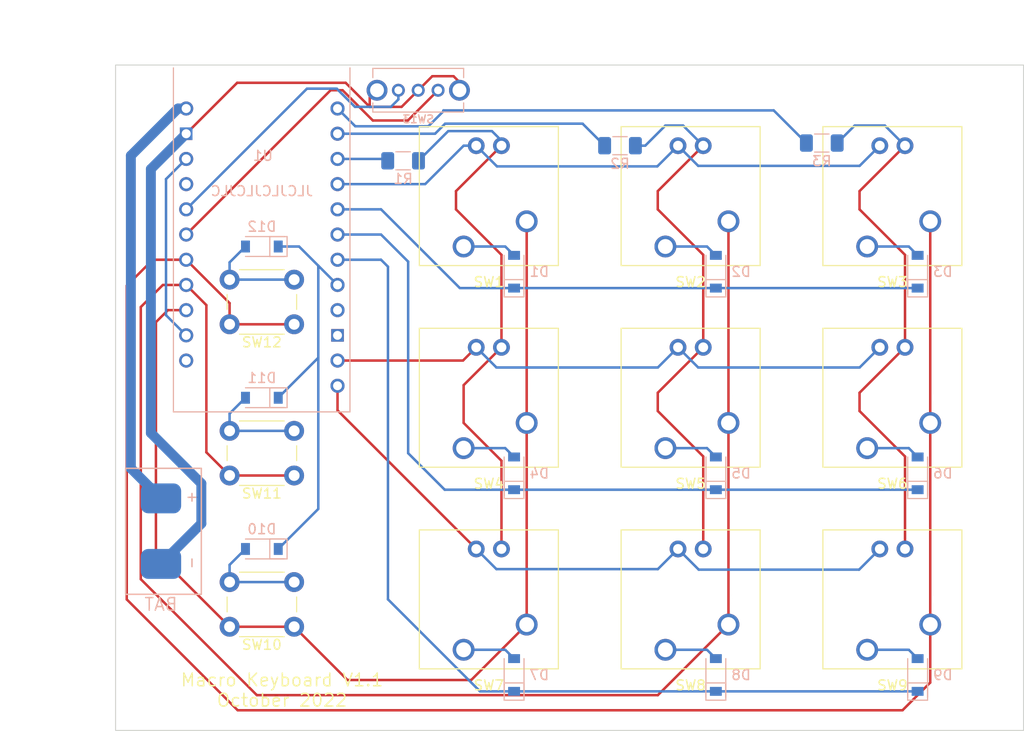
<source format=kicad_pcb>
(kicad_pcb (version 20211014) (generator pcbnew)
  (title_block (title "Macro Keyboard V1") (date "2022-10-02") (rev "1.1"))
  (layers (0 "F.Cu" signal) (31 "B.Cu" signal) (34 "B.Paste" user) (35 "F.Paste" user) (36 "B.SilkS" user "B.Silkscreen") (37 "F.SilkS" user "F.Silkscreen") (38 "B.Mask" user) (39 "F.Mask" user) (44 "Edge.Cuts" user))
  (net 0 "")
  (net 1 "ROW1")
  (net 2 "ROW2")
  (net 3 "/VUSB")
  (net 4 "ROW3")
  (net 7 "ROW4")
  (net 8 "COL1")
  (net 9 "COL2")
  (net 10 "Net-(D1-Pad2)")
  (net 11 "Net-(D2-Pad2)")
  (net 12 "GND")
  (net 14 "COL3")
  (net 15 "SPDT2")
  (net 16 "Net-(D3-Pad2)")
  (net 17 "SPDT1")
  (net 18 "Net-(D4-Pad2)")
  (net 19 "Net-(D5-Pad2)")
  (net 20 "Net-(D6-Pad2)")
  (net 21 "Net-(D7-Pad2)")
  (net 22 "Net-(D8-Pad2)")
  (net 23 "Net-(D9-Pad2)")
  (net 25 "Net-(D10-Pad2)")
  (net 26 "Net-(D11-Pad2)")
  (net 27 "Net-(D12-Pad2)")
  (net 28 "+BATT")
  (net 29 "LED_ROW3")
  (net 30 "LED_ROW2")
  (net 31 "LED_ROW1")
  (net 32 "LED_COL1")
  (net 33 "LED_COL2")
  (net 34 "LED_COL3")
  (net 35 "Net-(R1-Pad2)")
  (net 36 "Net-(R2-Pad2)")
  (net 37 "Net-(R3-Pad2)")
  (footprint "Macro-Keyboard-footprints:CherryMX_1.00u_LED" (layer "F.Cu") (at 73.66 76.2 180)
    (fp_text reference "SW7" (at 0 -8.6625 180) (layer "F.SilkS"))
    (fp_text value "Cherry MX")
    (fp_line (start 7 7) (end -7 7) (layer "F.SilkS") (width 0.12))
    (fp_line (start -7 -7) (end 7 -7) (layer "F.SilkS") (width 0.12))
    (fp_line (start 7 -7) (end 7 7) (layer "F.SilkS") (width 0.12))
    (fp_line (start -7 -7) (end -7 7) (layer "F.SilkS") (width 0.12))
    (pad "" np_thru_hole circle (at 5.08 0 180) (size 1.7 1.7) (drill 1.7) (layers *.Cu *.Mask))
    (pad "" np_thru_hole circle (at -5.08 0 180) (size 1.7 1.7) (drill 1.7) (layers *.Cu *.Mask))
    (pad "" np_thru_hole circle (at 0 0 180) (size 4 4) (drill 4) (layers *.Cu *.Mask))
    (pad "1" thru_hole circle (at -3.81 -2.54 180) (size 2.2 2.2) (drill 1.5) (layers *.Cu *.Mask) (net 8 "COL1"))
    (pad "2" thru_hole circle (at 2.54 -5.08 180) (size 2.2 2.2) (drill 1.5) (layers *.Cu *.Mask) (net 21 "Net-(D7-Pad2)"))
    (pad "3" thru_hole circle (at -1.27 5.08 180) (size 1.6906 1.6906) (drill 0.9906) (layers *.Cu *.Mask) (net 35 "Net-(R1-Pad2)"))
    (pad "4" thru_hole circle (at 1.27 5.08 180) (size 1.6906 1.6906) (drill 0.9906) (layers *.Cu *.Mask) (net 29 "LED_ROW3"))
  )
  (footprint "Macro-Keyboard-footprints:CherryMX_1.00u_LED" (layer "F.Cu") (at 93.98 76.2 180)
    (fp_text reference "SW8" (at 0 -8.6625 180) (layer "F.SilkS"))
    (fp_text value "Cherry MX")
    (fp_line (start -7 -7) (end -7 7) (layer "F.SilkS") (width 0.12))
    (fp_line (start 7 7) (end -7 7) (layer "F.SilkS") (width 0.12))
    (fp_line (start -7 -7) (end 7 -7) (layer "F.SilkS") (width 0.12))
    (fp_line (start 7 -7) (end 7 7) (layer "F.SilkS") (width 0.12))
    (pad "" np_thru_hole circle (at 5.08 0 180) (size 1.7 1.7) (drill 1.7) (layers *.Cu *.Mask))
    (pad "" np_thru_hole circle (at 0 0 180) (size 4 4) (drill 4) (layers *.Cu *.Mask))
    (pad "" np_thru_hole circle (at -5.08 0 180) (size 1.7 1.7) (drill 1.7) (layers *.Cu *.Mask))
    (pad "1" thru_hole circle (at -3.81 -2.54 180) (size 2.2 2.2) (drill 1.5) (layers *.Cu *.Mask) (net 9 "COL2"))
    (pad "2" thru_hole circle (at 2.54 -5.08 180) (size 2.2 2.2) (drill 1.5) (layers *.Cu *.Mask) (net 22 "Net-(D8-Pad2)"))
    (pad "3" thru_hole circle (at -1.27 5.08 180) (size 1.6906 1.6906) (drill 0.9906) (layers *.Cu *.Mask) (net 36 "Net-(R2-Pad2)"))
    (pad "4" thru_hole circle (at 1.27 5.08 180) (size 1.6906 1.6906) (drill 0.9906) (layers *.Cu *.Mask) (net 29 "LED_ROW3"))
  )
  (footprint "Macro-Keyboard-footprints:CherryMX_1.00u_LED" (layer "F.Cu") (at 93.98 35.56 180)
    (fp_text reference "SW2" (at 0 -8.6625 180) (layer "F.SilkS"))
    (fp_text value "Cherry MX")
    (fp_line (start -7 -7) (end -7 7) (layer "F.SilkS") (width 0.12))
    (fp_line (start -7 -7) (end 7 -7) (layer "F.SilkS") (width 0.12))
    (fp_line (start 7 7) (end -7 7) (layer "F.SilkS") (width 0.12))
    (fp_line (start 7 -7) (end 7 7) (layer "F.SilkS") (width 0.12))
    (pad "" np_thru_hole circle (at 0 0 180) (size 4 4) (drill 4) (layers *.Cu *.Mask))
    (pad "" np_thru_hole circle (at -5.08 0 180) (size 1.7 1.7) (drill 1.7) (layers *.Cu *.Mask))
    (pad "" np_thru_hole circle (at 5.08 0 180) (size 1.7 1.7) (drill 1.7) (layers *.Cu *.Mask))
    (pad "1" thru_hole circle (at -3.81 -2.54 180) (size 2.2 2.2) (drill 1.5) (layers *.Cu *.Mask) (net 9 "COL2"))
    (pad "2" thru_hole circle (at 2.54 -5.08 180) (size 2.2 2.2) (drill 1.5) (layers *.Cu *.Mask) (net 11 "Net-(D2-Pad2)"))
    (pad "3" thru_hole circle (at -1.27 5.08 180) (size 1.6906 1.6906) (drill 0.9906) (layers *.Cu *.Mask) (net 36 "Net-(R2-Pad2)"))
    (pad "4" thru_hole circle (at 1.27 5.08 180) (size 1.6906 1.6906) (drill 0.9906) (layers *.Cu *.Mask) (net 31 "LED_ROW1"))
  )
  (footprint "MountingHole:MountingHole_2.7mm_M2.5" (layer "F.Cu") (at 124.46 86.36)
    (fp_text reference "REF**" hide)
    (fp_text value "MountingHole_2.7mm_M2.5" hide)
    (pad "" np_thru_hole circle (at 0 0) (size 2.7 2.7) (drill 2.7) (layers *.Cu *.Mask))
  )
  (footprint "Macro-Keyboard-footprints:CherryMX_1.00u_LED" (layer "F.Cu") (at 114.3 55.88 180)
    (fp_text reference "SW6" (at 0 -8.6625 180) (layer "F.SilkS"))
    (fp_text value "Cherry MX")
    (fp_line (start 7 7) (end -7 7) (layer "F.SilkS") (width 0.12))
    (fp_line (start -7 -7) (end 7 -7) (layer "F.SilkS") (width 0.12))
    (fp_line (start -7 -7) (end -7 7) (layer "F.SilkS") (width 0.12))
    (fp_line (start 7 -7) (end 7 7) (layer "F.SilkS") (width 0.12))
    (pad "" np_thru_hole circle (at -5.08 0 180) (size 1.7 1.7) (drill 1.7) (layers *.Cu *.Mask))
    (pad "" np_thru_hole circle (at 5.08 0 180) (size 1.7 1.7) (drill 1.7) (layers *.Cu *.Mask))
    (pad "" np_thru_hole circle (at 0 0 180) (size 4 4) (drill 4) (layers *.Cu *.Mask))
    (pad "1" thru_hole circle (at -3.81 -2.54 180) (size 2.2 2.2) (drill 1.5) (layers *.Cu *.Mask) (net 14 "COL3"))
    (pad "2" thru_hole circle (at 2.54 -5.08 180) (size 2.2 2.2) (drill 1.5) (layers *.Cu *.Mask) (net 20 "Net-(D6-Pad2)"))
    (pad "3" thru_hole circle (at -1.27 5.08 180) (size 1.6906 1.6906) (drill 0.9906) (layers *.Cu *.Mask) (net 37 "Net-(R3-Pad2)"))
    (pad "4" thru_hole circle (at 1.27 5.08 180) (size 1.6906 1.6906) (drill 0.9906) (layers *.Cu *.Mask) (net 30 "LED_ROW2"))
  )
  (footprint "Button_Switch_THT:SW_PUSH_6mm_H5mm" (layer "F.Cu") (at 47.55 59.218)
    (fp_text reference "SW11" (at 3.25 6.314) (layer "F.SilkS"))
    (fp_text value "SW_Push" hide)
    (fp_line (start 5.5 -1) (end 1 -1) (layer "F.SilkS") (width 0.12))
    (fp_line (start 6.75 3) (end 6.75 1.5) (layer "F.SilkS") (width 0.12))
    (fp_line (start 1 5.5) (end 5.5 5.5) (layer "F.SilkS") (width 0.12))
    (fp_line (start -0.25 1.5) (end -0.25 3) (layer "F.SilkS") (width 0.12))
    (pad "1" thru_hole circle (at 6.5 0 90) (size 2 2) (drill 1.1) (layers *.Cu *.Mask) (net 26 "Net-(D11-Pad2)"))
    (pad "1" thru_hole circle (at 0 0 90) (size 2 2) (drill 1.1) (layers *.Cu *.Mask) (net 26 "Net-(D11-Pad2)"))
    (pad "2" thru_hole circle (at 6.5 4.5 90) (size 2 2) (drill 1.1) (layers *.Cu *.Mask) (net 9 "COL2"))
    (pad "2" thru_hole circle (at 0 4.5 90) (size 2 2) (drill 1.1) (layers *.Cu *.Mask) (net 9 "COL2"))
  )
  (footprint "Macro-Keyboard-footprints:CherryMX_1.00u_LED" (layer "F.Cu") (at 73.66 55.88 180)
    (fp_text reference "SW4" (at 0 -8.6625 180) (layer "F.SilkS"))
    (fp_text value "Cherry MX")
    (fp_line (start 7 7) (end -7 7) (layer "F.SilkS") (width 0.12))
    (fp_line (start -7 -7) (end 7 -7) (layer "F.SilkS") (width 0.12))
    (fp_line (start 7 -7) (end 7 7) (layer "F.SilkS") (width 0.12))
    (fp_line (start -7 -7) (end -7 7) (layer "F.SilkS") (width 0.12))
    (pad "" np_thru_hole circle (at 5.08 0 180) (size 1.7 1.7) (drill 1.7) (layers *.Cu *.Mask))
    (pad "" np_thru_hole circle (at -5.08 0 180) (size 1.7 1.7) (drill 1.7) (layers *.Cu *.Mask))
    (pad "" np_thru_hole circle (at 0 0 180) (size 4 4) (drill 4) (layers *.Cu *.Mask))
    (pad "1" thru_hole circle (at -3.81 -2.54 180) (size 2.2 2.2) (drill 1.5) (layers *.Cu *.Mask) (net 8 "COL1"))
    (pad "2" thru_hole circle (at 2.54 -5.08 180) (size 2.2 2.2) (drill 1.5) (layers *.Cu *.Mask) (net 18 "Net-(D4-Pad2)"))
    (pad "3" thru_hole circle (at -1.27 5.08 180) (size 1.6906 1.6906) (drill 0.9906) (layers *.Cu *.Mask) (net 35 "Net-(R1-Pad2)"))
    (pad "4" thru_hole circle (at 1.27 5.08 180) (size 1.6906 1.6906) (drill 0.9906) (layers *.Cu *.Mask) (net 30 "LED_ROW2"))
  )
  (footprint "Macro-Keyboard-footprints:CherryMX_1.00u_LED" (layer "F.Cu") (at 114.3 76.2 180)
    (fp_text reference "SW9" (at 0 -8.6625 180) (layer "F.SilkS"))
    (fp_text value "Cherry MX")
    (fp_line (start 7 -7) (end 7 7) (layer "F.SilkS") (width 0.12))
    (fp_line (start 7 7) (end -7 7) (layer "F.SilkS") (width 0.12))
    (fp_line (start -7 -7) (end -7 7) (layer "F.SilkS") (width 0.12))
    (fp_line (start -7 -7) (end 7 -7) (layer "F.SilkS") (width 0.12))
    (pad "" np_thru_hole circle (at 5.08 0 180) (size 1.7 1.7) (drill 1.7) (layers *.Cu *.Mask))
    (pad "" np_thru_hole circle (at -5.08 0 180) (size 1.7 1.7) (drill 1.7) (layers *.Cu *.Mask))
    (pad "" np_thru_hole circle (at 0 0 180) (size 4 4) (drill 4) (layers *.Cu *.Mask))
    (pad "1" thru_hole circle (at -3.81 -2.54 180) (size 2.2 2.2) (drill 1.5) (layers *.Cu *.Mask) (net 14 "COL3"))
    (pad "2" thru_hole circle (at 2.54 -5.08 180) (size 2.2 2.2) (drill 1.5) (layers *.Cu *.Mask) (net 23 "Net-(D9-Pad2)"))
    (pad "3" thru_hole circle (at -1.27 5.08 180) (size 1.6906 1.6906) (drill 0.9906) (layers *.Cu *.Mask) (net 37 "Net-(R3-Pad2)"))
    (pad "4" thru_hole circle (at 1.27 5.08 180) (size 1.6906 1.6906) (drill 0.9906) (layers *.Cu *.Mask) (net 29 "LED_ROW3"))
  )
  (footprint "Macro-Keyboard-footprints:CherryMX_1.00u_LED" (layer "F.Cu") (at 73.66 35.56 180)
    (fp_text reference "SW1" (at 0 -8.6625 180) (layer "F.SilkS"))
    (fp_text value "Cherry MX")
    (fp_line (start -7 -7) (end -7 7) (layer "F.SilkS") (width 0.12))
    (fp_line (start 7 7) (end -7 7) (layer "F.SilkS") (width 0.12))
    (fp_line (start -7 -7) (end 7 -7) (layer "F.SilkS") (width 0.12))
    (fp_line (start 7 -7) (end 7 7) (layer "F.SilkS") (width 0.12))
    (pad "" np_thru_hole circle (at 5.08 0 180) (size 1.7 1.7) (drill 1.7) (layers *.Cu *.Mask))
    (pad "" np_thru_hole circle (at -5.08 0 180) (size 1.7 1.7) (drill 1.7) (layers *.Cu *.Mask))
    (pad "" np_thru_hole circle (at 0 0 180) (size 4 4) (drill 4) (layers *.Cu *.Mask))
    (pad "1" thru_hole circle (at -3.81 -2.54 180) (size 2.2 2.2) (drill 1.5) (layers *.Cu *.Mask) (net 8 "COL1"))
    (pad "2" thru_hole circle (at 2.54 -5.08 180) (size 2.2 2.2) (drill 1.5) (layers *.Cu *.Mask) (net 10 "Net-(D1-Pad2)"))
    (pad "3" thru_hole circle (at -1.27 5.08 180) (size 1.6906 1.6906) (drill 0.9906) (layers *.Cu *.Mask) (net 35 "Net-(R1-Pad2)"))
    (pad "4" thru_hole circle (at 1.27 5.08 180) (size 1.6906 1.6906) (drill 0.9906) (layers *.Cu *.Mask) (net 31 "LED_ROW1"))
  )
  (footprint "Macro-Keyboard-footprints:CherryMX_1.00u_LED" (layer "F.Cu") (at 93.98 55.88 180)
    (fp_text reference "SW5" (at 0 -8.6625 180) (layer "F.SilkS"))
    (fp_text value "Cherry MX")
    (fp_line (start 7 -7) (end 7 7) (layer "F.SilkS") (width 0.12))
    (fp_line (start -7 -7) (end -7 7) (layer "F.SilkS") (width 0.12))
    (fp_line (start -7 -7) (end 7 -7) (layer "F.SilkS") (width 0.12))
    (fp_line (start 7 7) (end -7 7) (layer "F.SilkS") (width 0.12))
    (pad "" np_thru_hole circle (at 5.08 0 180) (size 1.7 1.7) (drill 1.7) (layers *.Cu *.Mask))
    (pad "" np_thru_hole circle (at -5.08 0 180) (size 1.7 1.7) (drill 1.7) (layers *.Cu *.Mask))
    (pad "" np_thru_hole circle (at 0 0 180) (size 4 4) (drill 4) (layers *.Cu *.Mask))
    (pad "1" thru_hole circle (at -3.81 -2.54 180) (size 2.2 2.2) (drill 1.5) (layers *.Cu *.Mask) (net 9 "COL2"))
    (pad "2" thru_hole circle (at 2.54 -5.08 180) (size 2.2 2.2) (drill 1.5) (layers *.Cu *.Mask) (net 19 "Net-(D5-Pad2)"))
    (pad "3" thru_hole circle (at -1.27 5.08 180) (size 1.6906 1.6906) (drill 0.9906) (layers *.Cu *.Mask) (net 36 "Net-(R2-Pad2)"))
    (pad "4" thru_hole circle (at 1.27 5.08 180) (size 1.6906 1.6906) (drill 0.9906) (layers *.Cu *.Mask) (net 30 "LED_ROW2"))
  )
  (footprint "MountingHole:MountingHole_2.7mm_M2.5" (layer "F.Cu") (at 39.116 86.36)
    (fp_text reference "REF**" hide)
    (fp_text value "MountingHole_2.7mm_M2.5" hide)
    (pad "" np_thru_hole circle (at 0 0) (size 2.7 2.7) (drill 2.7) (layers *.Cu *.Mask))
  )
  (footprint "MountingHole:MountingHole_2.7mm_M2.5" (layer "F.Cu") (at 39.116 25.4)
    (fp_text reference "REF**" hide)
    (fp_text value "MountingHole_2.7mm_M2.5" hide)
    (pad "" np_thru_hole circle (at 0 0) (size 2.7 2.7) (drill 2.7) (layers *.Cu *.Mask))
  )
  (footprint "Button_Switch_THT:SW_PUSH_6mm_H5mm" (layer "F.Cu") (at 47.55 74.458)
    (fp_text reference "SW10" (at 3.25 6.314) (layer "F.SilkS"))
    (fp_text value "SW_Push" hide)
    (fp_line (start -0.25 1.5) (end -0.25 3) (layer "F.SilkS") (width 0.12))
    (fp_line (start 6.75 3) (end 6.75 1.5) (layer "F.SilkS") (width 0.12))
    (fp_line (start 1 5.5) (end 5.5 5.5) (layer "F.SilkS") (width 0.12))
    (fp_line (start 5.5 -1) (end 1 -1) (layer "F.SilkS") (width 0.12))
    (pad "1" thru_hole circle (at 0 0 90) (size 2 2) (drill 1.1) (layers *.Cu *.Mask) (net 25 "Net-(D10-Pad2)"))
    (pad "1" thru_hole circle (at 6.5 0 90) (size 2 2) (drill 1.1) (layers *.Cu *.Mask) (net 25 "Net-(D10-Pad2)"))
    (pad "2" thru_hole circle (at 6.5 4.5 90) (size 2 2) (drill 1.1) (layers *.Cu *.Mask) (net 8 "COL1"))
    (pad "2" thru_hole circle (at 0 4.5 90) (size 2 2) (drill 1.1) (layers *.Cu *.Mask) (net 8 "COL1"))
  )
  (footprint "Macro-Keyboard-footprints:CherryMX_1.00u_LED" (layer "F.Cu") (at 114.3 35.56 180)
    (fp_text reference "SW3" (at 0 -8.6625 180) (layer "F.SilkS"))
    (fp_text value "Cherry MX")
    (fp_line (start -7 -7) (end 7 -7) (layer "F.SilkS") (width 0.12))
    (fp_line (start 7 7) (end -7 7) (layer "F.SilkS") (width 0.12))
    (fp_line (start -7 -7) (end -7 7) (layer "F.SilkS") (width 0.12))
    (fp_line (start 7 -7) (end 7 7) (layer "F.SilkS") (width 0.12))
    (pad "" np_thru_hole circle (at 0 0 180) (size 4 4) (drill 4) (layers *.Cu *.Mask))
    (pad "" np_thru_hole circle (at -5.08 0 180) (size 1.7 1.7) (drill 1.7) (layers *.Cu *.Mask))
    (pad "" np_thru_hole circle (at 5.08 0 180) (size 1.7 1.7) (drill 1.7) (layers *.Cu *.Mask))
    (pad "1" thru_hole circle (at -3.81 -2.54 180) (size 2.2 2.2) (drill 1.5) (layers *.Cu *.Mask) (net 14 "COL3"))
    (pad "2" thru_hole circle (at 2.54 -5.08 180) (size 2.2 2.2) (drill 1.5) (layers *.Cu *.Mask) (net 16 "Net-(D3-Pad2)"))
    (pad "3" thru_hole circle (at -1.27 5.08 180) (size 1.6906 1.6906) (drill 0.9906) (layers *.Cu *.Mask) (net 37 "Net-(R3-Pad2)"))
    (pad "4" thru_hole circle (at 1.27 5.08 180) (size 1.6906 1.6906) (drill 0.9906) (layers *.Cu *.Mask) (net 31 "LED_ROW1"))
  )
  (footprint "MountingHole:MountingHole_2.7mm_M2.5" (layer "F.Cu") (at 124.46 25.4)
    (fp_text reference "REF**" hide)
    (fp_text value "MountingHole_2.7mm_M2.5" hide)
    (pad "" np_thru_hole circle (at 0 0) (size 2.7 2.7) (drill 2.7) (layers *.Cu *.Mask))
  )
  (footprint "Button_Switch_THT:SW_PUSH_6mm_H5mm" (layer "F.Cu") (at 47.55 43.978)
    (fp_text reference "SW12" (at 3.25 6.314) (layer "F.SilkS"))
    (fp_text value "SW_Push" hide)
    (fp_line (start 6.75 3) (end 6.75 1.5) (layer "F.SilkS") (width 0.12))
    (fp_line (start -0.25 1.5) (end -0.25 3) (layer "F.SilkS") (width 0.12))
    (fp_line (start 1 5.5) (end 5.5 5.5) (layer "F.SilkS") (width 0.12))
    (fp_line (start 5.5 -1) (end 1 -1) (layer "F.SilkS") (width 0.12))
    (pad "1" thru_hole circle (at 6.5 0 90) (size 2 2) (drill 1.1) (layers *.Cu *.Mask) (net 27 "Net-(D12-Pad2)"))
    (pad "1" thru_hole circle (at 0 0 90) (size 2 2) (drill 1.1) (layers *.Cu *.Mask) (net 27 "Net-(D12-Pad2)"))
    (pad "2" thru_hole circle (at 0 4.5 90) (size 2 2) (drill 1.1) (layers *.Cu *.Mask) (net 14 "COL3"))
    (pad "2" thru_hole circle (at 6.5 4.5 90) (size 2 2) (drill 1.1) (layers *.Cu *.Mask) (net 14 "COL3"))
  )
  (footprint "Macro-Keyboard-footprints:Diode_SOD-123" (layer "B.Cu") (at 116.84 43.18 90)
    (fp_text reference "D3" (at 0 2.54) (layer "B.SilkS") (effects (justify mirror)))
    (fp_text value "1N4148")
    (fp_line (start -0.8 -1) (end -2.54 -1) (layer "B.SilkS") (width 0.12))
    (fp_line (start -2.25 1) (end 1.65 1) (layer "B.SilkS") (width 0.12))
    (fp_line (start -0.8 1) (end -0.8 -1) (layer "B.SilkS") (width 0.12))
    (fp_line (start -2.54 1) (end -2.54 -1) (layer "B.SilkS") (width 0.12))
    (fp_line (start -2.54 1) (end -0.8 1) (layer "B.SilkS") (width 0.12))
    (fp_line (start -2.25 -1) (end 1.65 -1) (layer "B.SilkS") (width 0.12))
    (pad "1" smd rect (at -1.65 0 90) (size 0.9 1.2) (layers "B.Cu" "B.Paste" "B.Mask") (net 1 "ROW1"))
    (pad "2" smd rect (at 1.65 0 90) (size 0.9 1.2) (layers "B.Cu" "B.Paste" "B.Mask") (net 16 "Net-(D3-Pad2)"))
  )
  (footprint "Macro-Keyboard-footprints:SK12D07VG4" (layer "B.Cu") (at 66.548 24.892)
    (fp_text reference "SW13" (at 0 2.921) (layer "B.SilkS") (effects (font (size 0.787402 0.787402)) (justify mirror)))
    (fp_text value "SW_SPDT")
    (fp_line (start -4.572 -2.2) (end -4.572 -1.27) (layer "B.SilkS") (width 0.12))
    (fp_line (start 4.572 -2.2) (end -4.572 -2.2) (layer "B.SilkS") (width 0.12))
    (fp_line (start -4.572 2.2) (end 4.572 2.2) (layer "B.SilkS") (width 0.12))
    (fp_line (start 4.572 2.2) (end 4.572 1.27) (layer "B.SilkS") (width 0.12))
    (fp_line (start -4.572 1.27) (end -4.572 2.2) (layer "B.SilkS") (width 0.12))
    (fp_line (start 4.572 -2.2) (end 4.572 -1.27) (layer "B.SilkS") (width 0.12))
    (pad "1" thru_hole circle (at -2 0) (size 1.308 1.308) (drill 0.8) (layers *.Cu *.Mask) (net 17 "SPDT1"))
    (pad "2" thru_hole circle (at 0 0) (size 1.308 1.308) (drill 0.8) (layers *.Cu *.Mask) (net 12 "GND"))
    (pad "3" thru_hole circle (at 2 0) (size 1.308 1.308) (drill 0.8) (layers *.Cu *.Mask) (net 15 "SPDT2"))
    (pad "M1" thru_hole circle (at -4.15 0) (size 2.1 2.1) (drill 1.4) (layers *.Cu *.Mask))
    (pad "M2" thru_hole circle (at 4.15 0) (size 2.1 2.1) (drill 1.4) (layers *.Cu *.Mask))
  )
  (footprint "Resistor_SMD:R_1206_3216Metric_Pad1.30x1.75mm_HandSolder" (layer "B.Cu") (at 86.868 30.48)
    (fp_text reference "R2" (at 0 1.82) (layer "B.SilkS") (effects (justify mirror)))
    (fp_text value "150")
    (fp_line (start -0.727064 -0.91) (end 0.727064 -0.91) (layer "B.SilkS") (width 0.12))
    (fp_line (start -0.727064 0.91) (end 0.727064 0.91) (layer "B.SilkS") (width 0.12))
    (pad "1" smd roundrect (at -1.55 0) (size 1.3 1.75) (layers "B.Cu" "B.Paste" "B.Mask") (roundrect_rratio 0.1923076923) (net 33 "LED_COL2"))
    (pad "2" smd roundrect (at 1.55 0) (size 1.3 1.75) (layers "B.Cu" "B.Paste" "B.Mask") (roundrect_rratio 0.1923076923) (net 36 "Net-(R2-Pad2)"))
  )
  (footprint "Macro-Keyboard-footprints:Diode_SOD-123" (layer "B.Cu") (at 50.8 71.12 180)
    (fp_text reference "D10" (at 0 2) (layer "B.SilkS") (effects (justify mirror)))
    (fp_text value "1N4148")
    (fp_line (start -0.8 -1) (end -2.54 -1) (layer "B.SilkS") (width 0.12))
    (fp_line (start -0.8 1) (end -0.8 -1) (layer "B.SilkS") (width 0.12))
    (fp_line (start -2.25 -1) (end 1.65 -1) (layer "B.SilkS") (width 0.12))
    (fp_line (start -2.54 1) (end -0.8 1) (layer "B.SilkS") (width 0.12))
    (fp_line (start -2.25 1) (end 1.65 1) (layer "B.SilkS") (width 0.12))
    (fp_line (start -2.54 1) (end -2.54 -1) (layer "B.SilkS") (width 0.12))
    (pad "1" smd rect (at -1.65 0 180) (size 0.9 1.2) (layers "B.Cu" "B.Paste" "B.Mask") (net 7 "ROW4"))
    (pad "2" smd rect (at 1.65 0 180) (size 0.9 1.2) (layers "B.Cu" "B.Paste" "B.Mask") (net 25 "Net-(D10-Pad2)"))
  )
  (footprint "Macro-Keyboard-footprints:TinyS3" (layer "B.Cu") (at 50.91 40.669638 180)
    (fp_text reference "U1" (at 0 9.173638 unlocked) (layer "B.SilkS") (effects (justify mirror)))
    (fp_text value "TinyS3")
    (fp_line (start 9.017 18.034) (end 9.017 -16.637) (layer "B.SilkS") (width 0.12))
    (fp_line (start -8.763 -16.637) (end -8.763 18.034) (layer "B.SilkS") (width 0.12))
    (fp_line (start 9.017 -16.637) (end -8.763 -16.637) (layer "B.SilkS") (width 0.12))
    (pad "1" thru_hole circle (at 7.73 13.936 180) (size 1.4224 1.4224) (drill 0.9144) (layers *.Cu *.Mask) (net 28 "+BATT"))
    (pad "2" thru_hole rect (at 7.73 11.396 180) (size 1.27 1.27) (drill 0.9144) (layers *.Cu *.Mask) (net 12 "GND"))
    (pad "3" thru_hole circle (at 7.73 8.856 180) (size 1.4224 1.4224) (drill 0.9144) (layers *.Cu *.Mask) (net 3 "/VUSB"))
    (pad "4" thru_hole circle (at 7.73 6.316 180) (size 1.4224 1.4224) (drill 0.9144) (layers *.Cu *.Mask))
    (pad "5" thru_hole circle (at 7.73 3.776 180) (size 1.4224 1.4224) (drill 0.9144) (layers *.Cu *.Mask) (net 17 "SPDT1"))
    (pad "6" thru_hole circle (at 7.73 1.236 180) (size 1.4224 1.4224) (drill 0.9144) (layers *.Cu *.Mask) (net 15 "SPDT2"))
    (pad "7" thru_hole circle (at 7.73 -1.304 180) (size 1.4224 1.4224) (drill 0.9144) (layers *.Cu *.Mask) (net 14 "COL3"))
    (pad "8" thru_hole circle (at 7.73 -3.844 180) (size 1.4224 1.4224) (drill 0.9144) (layers *.Cu *.Mask) (net 9 "COL2"))
    (pad "9" thru_hole circle (at 7.73 -6.384 180) (size 1.4224 1.4224) (drill 0.9144) (layers *.Cu *.Mask) (net 8 "COL1"))
    (pad "10" thru_hole circle (at 7.73 -8.924 180) (size 1.4224 1.4224) (drill 0.9144) (layers *.Cu *.Mask) (net 3 "/VUSB"))
    (pad "11" thru_hole circle (at 7.73 -11.464 180) (size 1.4224 1.4224) (drill 0.9144) (layers *.Cu *.Mask))
    (pad "12" thru_hole circle (at -7.51 -14.004 180) (size 1.4224 1.4224) (drill 0.9) (layers *.Cu *.Mask) (net 29 "LED_ROW3"))
    (pad "13" thru_hole circle (at -7.51 -11.464 180) (size 1.4224 1.4224) (drill 0.9) (layers *.Cu *.Mask) (net 30 "LED_ROW2"))
    (pad "14" thru_hole rect (at -7.51 -8.924 180) (size 1.27 1.27) (drill 0.9) (layers *.Cu *.Mask))
    (pad "15" thru_hole circle (at -7.51 -6.384 180) (size 1.4224 1.4224) (drill 0.9) (layers *.Cu *.Mask))
    (pad "16" thru_hole circle (at -7.51 -3.844 180) (size 1.4224 1.4224) (drill 0.9) (layers *.Cu *.Mask) (net 7 "ROW4"))
    (pad "17" thru_hole circle (at -7.51 -1.304 180) (size 1.4224 1.4224) (drill 0.9) (layers *.Cu *.Mask) (net 4 "ROW3"))
    (pad "18" thru_hole circle (at -7.51 1.236 180) (size 1.4224 1.4224) (drill 0.9) (layers *.Cu *.Mask) (net 2 "ROW2"))
    (pad "19" thru_hole circle (at -7.51 3.776 180) (size 1.4224 1.4224) (drill 0.9) (layers *.Cu *.Mask) (net 1 "ROW1"))
    (pad "20" thru_hole circle (at -7.51 6.316 180) (size 1.4224 1.4224) (drill 0.9) (layers *.Cu *.Mask) (net 31 "LED_ROW1"))
    (pad "21" thru_hole circle (at -7.51 8.856 180) (size 1.4224 1.4224) (drill 0.9) (layers *.Cu *.Mask) (net 32 "LED_COL1"))
    (pad "22" thru_hole circle (at -7.51 11.396 180) (size 1.4224 1.4224) (drill 0.9) (layers *.Cu *.Mask) (net 33 "LED_COL2"))
    (pad "23" thru_hole circle (at -7.51 13.936 180) (size 1.4224 1.4224) (drill 0.9) (layers *.Cu *.Mask) (net 34 "LED_COL3"))
  )
  (footprint "Macro-Keyboard-footprints:SolderWirePad_1x01_SMD_3x4mm" (layer "B.Cu") (at 40.64 72.644 90)
    (fp_text reference "-" (at 0.127 3.048 90) (layer "B.SilkS") (effects (justify mirror)))
    (fp_text value "SolderWirePad_1x01_SMD_3x4mm" hide)
    (pad "1" smd roundrect (at 0.016875 0 90) (size 3.01425 4.064) (layers "B.Cu" "B.Paste" "B.Mask") (roundrect_rratio 0.2500001659) (net 12 "GND"))
  )
  (footprint "Macro-Keyboard-footprints:SolderWirePad_1x01_SMD_3x4mm" (layer "B.Cu") (at 40.64 66.04 90)
    (fp_text reference "+" (at 0.127 3.048 90) (layer "B.SilkS") (effects (justify mirror)))
    (fp_text value "SolderWirePad_1x01_SMD_3x4mm" hide)
    (pad "1" smd roundrect (at 0.016875 0 90) (size 3.01425 4.064) (layers "B.Cu" "B.Paste" "B.Mask") (roundrect_rratio 0.2500001659) (net 28 "+BATT"))
  )
  (footprint "Macro-Keyboard-footprints:Diode_SOD-123" (layer "B.Cu") (at 76.2 43.18 90)
    (fp_text reference "D1" (at 0 2.54) (layer "B.SilkS") (effects (justify mirror)))
    (fp_text value "1N4148")
    (fp_line (start -2.25 -1) (end 1.65 -1) (layer "B.SilkS") (width 0.12))
    (fp_line (start -2.54 1) (end -2.54 -1) (layer "B.SilkS") (width 0.12))
    (fp_line (start -0.8 -1) (end -2.54 -1) (layer "B.SilkS") (width 0.12))
    (fp_line (start -2.25 1) (end 1.65 1) (layer "B.SilkS") (width 0.12))
    (fp_line (start -0.8 1) (end -0.8 -1) (layer "B.SilkS") (width 0.12))
    (fp_line (start -2.54 1) (end -0.8 1) (layer "B.SilkS") (width 0.12))
    (pad "1" smd rect (at -1.65 0 90) (size 0.9 1.2) (layers "B.Cu" "B.Paste" "B.Mask") (net 1 "ROW1"))
    (pad "2" smd rect (at 1.65 0 90) (size 0.9 1.2) (layers "B.Cu" "B.Paste" "B.Mask") (net 10 "Net-(D1-Pad2)"))
  )
  (footprint "Resistor_SMD:R_1206_3216Metric_Pad1.30x1.75mm_HandSolder" (layer "B.Cu") (at 107.188 30.214)
    (fp_text reference "R3" (at 0 1.82) (layer "B.SilkS") (effects (justify mirror)))
    (fp_text value "150")
    (fp_line (start -0.727064 0.91) (end 0.727064 0.91) (layer "B.SilkS") (width 0.12))
    (fp_line (start -0.727064 -0.91) (end 0.727064 -0.91) (layer "B.SilkS") (width 0.12))
    (pad "1" smd roundrect (at -1.55 0) (size 1.3 1.75) (layers "B.Cu" "B.Paste" "B.Mask") (roundrect_rratio 0.1923076923) (net 34 "LED_COL3"))
    (pad "2" smd roundrect (at 1.55 0) (size 1.3 1.75) (layers "B.Cu" "B.Paste" "B.Mask") (roundrect_rratio 0.1923076923) (net 37 "Net-(R3-Pad2)"))
  )
  (footprint "Macro-Keyboard-footprints:Diode_SOD-123" (layer "B.Cu") (at 96.52 43.18 90)
    (fp_text reference "D2" (at 0 2.54) (layer "B.SilkS") (effects (justify mirror)))
    (fp_text value "1N4148")
    (fp_line (start -2.54 1) (end -0.8 1) (layer "B.SilkS") (width 0.12))
    (fp_line (start -0.8 1) (end -0.8 -1) (layer "B.SilkS") (width 0.12))
    (fp_line (start -0.8 -1) (end -2.54 -1) (layer "B.SilkS") (width 0.12))
    (fp_line (start -2.25 1) (end 1.65 1) (layer "B.SilkS") (width 0.12))
    (fp_line (start -2.54 1) (end -2.54 -1) (layer "B.SilkS") (width 0.12))
    (fp_line (start -2.25 -1) (end 1.65 -1) (layer "B.SilkS") (width 0.12))
    (pad "1" smd rect (at -1.65 0 90) (size 0.9 1.2) (layers "B.Cu" "B.Paste" "B.Mask") (net 1 "ROW1"))
    (pad "2" smd rect (at 1.65 0 90) (size 0.9 1.2) (layers "B.Cu" "B.Paste" "B.Mask") (net 11 "Net-(D2-Pad2)"))
  )
  (footprint "Macro-Keyboard-footprints:Diode_SOD-123" (layer "B.Cu") (at 96.52 83.82 90)
    (fp_text reference "D8" (at 0 2.54) (layer "B.SilkS") (effects (justify mirror)))
    (fp_text value "1N4148")
    (fp_line (start -0.8 -1) (end -2.54 -1) (layer "B.SilkS") (width 0.12))
    (fp_line (start -2.54 1) (end -2.54 -1) (layer "B.SilkS") (width 0.12))
    (fp_line (start -0.8 1) (end -0.8 -1) (layer "B.SilkS") (width 0.12))
    (fp_line (start -2.25 -1) (end 1.65 -1) (layer "B.SilkS") (width 0.12))
    (fp_line (start -2.54 1) (end -0.8 1) (layer "B.SilkS") (width 0.12))
    (fp_line (start -2.25 1) (end 1.65 1) (layer "B.SilkS") (width 0.12))
    (pad "1" smd rect (at -1.65 0 90) (size 0.9 1.2) (layers "B.Cu" "B.Paste" "B.Mask") (net 4 "ROW3"))
    (pad "2" smd rect (at 1.65 0 90) (size 0.9 1.2) (layers "B.Cu" "B.Paste" "B.Mask") (net 22 "Net-(D8-Pad2)"))
  )
  (footprint "Resistor_SMD:R_1206_3216Metric_Pad1.30x1.75mm_HandSolder" (layer "B.Cu") (at 65.024 32.004)
    (fp_text reference "R1" (at 0 1.82) (layer "B.SilkS") (effects (justify mirror)))
    (fp_text value "150")
    (fp_line (start -0.727064 0.91) (end 0.727064 0.91) (layer "B.SilkS") (width 0.12))
    (fp_line (start -0.727064 -0.91) (end 0.727064 -0.91) (layer "B.SilkS") (width 0.12))
    (pad "1" smd roundrect (at -1.55 0) (size 1.3 1.75) (layers "B.Cu" "B.Paste" "B.Mask") (roundrect_rratio 0.1923076923) (net 32 "LED_COL1"))
    (pad "2" smd roundrect (at 1.55 0) (size 1.3 1.75) (layers "B.Cu" "B.Paste" "B.Mask") (roundrect_rratio 0.1923076923) (net 35 "Net-(R1-Pad2)"))
  )
  (footprint "Macro-Keyboard-footprints:Diode_SOD-123" (layer "B.Cu") (at 96.52 63.5 90)
    (fp_text reference "D5" (at 0 2.54) (layer "B.SilkS") (effects (justify mirror)))
    (fp_text value "1N4148")
    (fp_line (start -0.8 -1) (end -2.54 -1) (layer "B.SilkS") (width 0.12))
    (fp_line (start -0.8 1) (end -0.8 -1) (layer "B.SilkS") (width 0.12))
    (fp_line (start -2.54 1) (end -2.54 -1) (layer "B.SilkS") (width 0.12))
    (fp_line (start -2.25 1) (end 1.65 1) (layer "B.SilkS") (width 0.12))
    (fp_line (start -2.25 -1) (end 1.65 -1) (layer "B.SilkS") (width 0.12))
    (fp_line (start -2.54 1) (end -0.8 1) (layer "B.SilkS") (width 0.12))
    (pad "1" smd rect (at -1.65 0 90) (size 0.9 1.2) (layers "B.Cu" "B.Paste" "B.Mask") (net 2 "ROW2"))
    (pad "2" smd rect (at 1.65 0 90) (size 0.9 1.2) (layers "B.Cu" "B.Paste" "B.Mask") (net 19 "Net-(D5-Pad2)"))
  )
  (footprint "Macro-Keyboard-footprints:Diode_SOD-123" (layer "B.Cu") (at 116.84 63.5 90)
    (fp_text reference "D6" (at 0 2.54) (layer "B.SilkS") (effects (justify mirror)))
    (fp_text value "1N4148")
    (fp_line (start -2.54 1) (end -0.8 1) (layer "B.SilkS") (width 0.12))
    (fp_line (start -2.25 1) (end 1.65 1) (layer "B.SilkS") (width 0.12))
    (fp_line (start -0.8 -1) (end -2.54 -1) (layer "B.SilkS") (width 0.12))
    (fp_line (start -2.25 -1) (end 1.65 -1) (layer "B.SilkS") (width 0.12))
    (fp_line (start -0.8 1) (end -0.8 -1) (layer "B.SilkS") (width 0.12))
    (fp_line (start -2.54 1) (end -2.54 -1) (layer "B.SilkS") (width 0.12))
    (pad "1" smd rect (at -1.65 0 90) (size 0.9 1.2) (layers "B.Cu" "B.Paste" "B.Mask") (net 2 "ROW2"))
    (pad "2" smd rect (at 1.65 0 90) (size 0.9 1.2) (layers "B.Cu" "B.Paste" "B.Mask") (net 20 "Net-(D6-Pad2)"))
  )
  (footprint "Macro-Keyboard-footprints:Diode_SOD-123" (layer "B.Cu") (at 76.2 83.82 90)
    (fp_text reference "D7" (at 0 2.54) (layer "B.SilkS") (effects (justify mirror)))
    (fp_text value "1N4148")
    (fp_line (start -2.25 1) (end 1.65 1) (layer "B.SilkS") (width 0.12))
    (fp_line (start -0.8 -1) (end -2.54 -1) (layer "B.SilkS") (width 0.12))
    (fp_line (start -0.8 1) (end -0.8 -1) (layer "B.SilkS") (width 0.12))
    (fp_line (start -2.54 1) (end -0.8 1) (layer "B.SilkS") (width 0.12))
    (fp_line (start -2.25 -1) (end 1.65 -1) (layer "B.SilkS") (width 0.12))
    (fp_line (start -2.54 1) (end -2.54 -1) (layer "B.SilkS") (width 0.12))
    (pad "1" smd rect (at -1.65 0 90) (size 0.9 1.2) (layers "B.Cu" "B.Paste" "B.Mask") (net 4 "ROW3"))
    (pad "2" smd rect (at 1.65 0 90) (size 0.9 1.2) (layers "B.Cu" "B.Paste" "B.Mask") (net 21 "Net-(D7-Pad2)"))
  )
  (footprint "Macro-Keyboard-footprints:Diode_SOD-123" (layer "B.Cu") (at 76.2 63.5 90)
    (fp_text reference "D4" (at 0 2.54) (layer "B.SilkS") (effects (justify mirror)))
    (fp_text value "1N4148")
    (fp_line (start -2.25 -1) (end 1.65 -1) (layer "B.SilkS") (width 0.12))
    (fp_line (start -0.8 -1) (end -2.54 -1) (layer "B.SilkS") (width 0.12))
    (fp_line (start -2.54 1) (end -2.54 -1) (layer "B.SilkS") (width 0.12))
    (fp_line (start -2.54 1) (end -0.8 1) (layer "B.SilkS") (width 0.12))
    (fp_line (start -0.8 1) (end -0.8 -1) (layer "B.SilkS") (width 0.12))
    (fp_line (start -2.25 1) (end 1.65 1) (layer "B.SilkS") (width 0.12))
    (pad "1" smd rect (at -1.65 0 90) (size 0.9 1.2) (layers "B.Cu" "B.Paste" "B.Mask") (net 2 "ROW2"))
    (pad "2" smd rect (at 1.65 0 90) (size 0.9 1.2) (layers "B.Cu" "B.Paste" "B.Mask") (net 18 "Net-(D4-Pad2)"))
  )
  (footprint "Macro-Keyboard-footprints:Diode_SOD-123" (layer "B.Cu") (at 50.8 40.64 180)
    (fp_text reference "D12" (at 0 2) (layer "B.SilkS") (effects (justify mirror)))
    (fp_text value "1N4148")
    (fp_line (start -2.54 1) (end -2.54 -1) (layer "B.SilkS") (width 0.12))
    (fp_line (start -0.8 1) (end -0.8 -1) (layer "B.SilkS") (width 0.12))
    (fp_line (start -2.25 1) (end 1.65 1) (layer "B.SilkS") (width 0.12))
    (fp_line (start -0.8 -1) (end -2.54 -1) (layer "B.SilkS") (width 0.12))
    (fp_line (start -2.25 -1) (end 1.65 -1) (layer "B.SilkS") (width 0.12))
    (fp_line (start -2.54 1) (end -0.8 1) (layer "B.SilkS") (width 0.12))
    (pad "1" smd rect (at -1.65 0 180) (size 0.9 1.2) (layers "B.Cu" "B.Paste" "B.Mask") (net 7 "ROW4"))
    (pad "2" smd rect (at 1.65 0 180) (size 0.9 1.2) (layers "B.Cu" "B.Paste" "B.Mask") (net 27 "Net-(D12-Pad2)"))
  )
  (footprint "Macro-Keyboard-footprints:Diode_SOD-123" (layer "B.Cu") (at 50.8 55.88 180)
    (fp_text reference "D11" (at 0 2) (layer "B.SilkS") (effects (justify mirror)))
    (fp_text value "1N4148")
    (fp_line (start -2.25 1) (end 1.65 1) (layer "B.SilkS") (width 0.12))
    (fp_line (start -2.54 1) (end -0.8 1) (layer "B.SilkS") (width 0.12))
    (fp_line (start -0.8 1) (end -0.8 -1) (layer "B.SilkS") (width 0.12))
    (fp_line (start -0.8 -1) (end -2.54 -1) (layer "B.SilkS") (width 0.12))
    (fp_line (start -2.54 1) (end -2.54 -1) (layer "B.SilkS") (width 0.12))
    (fp_line (start -2.25 -1) (end 1.65 -1) (layer "B.SilkS") (width 0.12))
    (pad "1" smd rect (at -1.65 0 180) (size 0.9 1.2) (layers "B.Cu" "B.Paste" "B.Mask") (net 7 "ROW4"))
    (pad "2" smd rect (at 1.65 0 180) (size 0.9 1.2) (layers "B.Cu" "B.Paste" "B.Mask") (net 26 "Net-(D11-Pad2)"))
  )
  (footprint "Macro-Keyboard-footprints:Diode_SOD-123" (layer "B.Cu") (at 116.84 83.82 90)
    (fp_text reference "D9" (at 0 2.54) (layer "B.SilkS") (effects (justify mirror)))
    (fp_text value "1N4148")
    (fp_line (start -0.8 -1) (end -2.54 -1) (layer "B.SilkS") (width 0.12))
    (fp_line (start -2.54 1) (end -0.8 1) (layer "B.SilkS") (width 0.12))
    (fp_line (start -2.25 1) (end 1.65 1) (layer "B.SilkS") (width 0.12))
    (fp_line (start -2.25 -1) (end 1.65 -1) (layer "B.SilkS") (width 0.12))
    (fp_line (start -2.54 1) (end -2.54 -1) (layer "B.SilkS") (width 0.12))
    (fp_line (start -0.8 1) (end -0.8 -1) (layer "B.SilkS") (width 0.12))
    (pad "1" smd rect (at -1.65 0 90) (size 0.9 1.2) (layers "B.Cu" "B.Paste" "B.Mask") (net 4 "ROW3"))
    (pad "2" smd rect (at 1.65 0 90) (size 0.9 1.2) (layers "B.Cu" "B.Paste" "B.Mask") (net 23 "Net-(D9-Pad2)"))
  )
  (gr_rect (start 44.704 62.992) (end 37.084 75.692) (layer "B.SilkS") (width 0.15) (fill none))
  (gr_rect (start 36.068 22.352) (end 127.508 89.408) (layer "Edge.Cuts") (width 0.1) (fill none))
  (gr_text "BAT" (at 40.64 76.708) (layer "B.SilkS") (effects (font (size 1.27 1.27)) (justify mirror)))
  (gr_text "JLCJLCJLCJLC" (at 50.8 35.052) (layer "B.SilkS") (effects (font (size 1 1)) (justify mirror)))
  (gr_text "Macro Keyboard V1.1\nOctober 2022" (at 52.832 85.344) (layer "F.SilkS") (effects (font (size 1.27 1.27))))
  (segment (start 70.738 44.83) (end 76.2 44.83) (width 0.25) (layer "B.Cu") (net 1))
  (segment (start 76.2 44.83) (end 96.52 44.83) (width 0.25) (layer "B.Cu") (net 1))
  (segment (start 96.52 44.83) (end 116.84 44.83) (width 0.25) (layer "B.Cu") (net 1))
  (segment (start 62.801638 36.893638) (end 70.738 44.83) (width 0.25) (layer "B.Cu") (net 1))
  (segment (start 58.42 36.893638) (end 62.801638 36.893638) (width 0.25) (layer "B.Cu") (net 1))
  (segment (start 96.52 65.15) (end 116.84 65.15) (width 0.25) (layer "B.Cu") (net 2))
  (segment (start 62.801638 39.433638) (end 65.532 42.164) (width 0.25) (layer "B.Cu") (net 2))
  (segment (start 69.214 65.15) (end 76.2 65.15) (width 0.25) (layer "B.Cu") (net 2))
  (segment (start 58.42 39.433638) (end 62.801638 39.433638) (width 0.25) (layer "B.Cu") (net 2))
  (segment (start 65.532 61.468) (end 69.214 65.15) (width 0.25) (layer "B.Cu") (net 2))
  (segment (start 65.532 42.164) (end 65.532 61.468) (width 0.25) (layer "B.Cu") (net 2))
  (segment (start 76.2 65.15) (end 96.52 65.15) (width 0.25) (layer "B.Cu") (net 2))
  (segment (start 43.18 31.813638) (end 41.148 33.845638) (width 0.25) (layer "B.Cu") (net 3))
  (segment (start 41.148 47.561638) (end 43.18 49.593638) (width 0.25) (layer "B.Cu") (net 3))
  (segment (start 41.148 33.845638) (end 41.148 47.561638) (width 0.25) (layer "B.Cu") (net 3))
  (segment (start 116.84 85.47) (end 96.52 85.47) (width 0.25) (layer "B.Cu") (net 4))
  (segment (start 72.77 85.47) (end 76.2 85.47) (width 0.25) (layer "B.Cu") (net 4))
  (segment (start 62.801638 41.973638) (end 63.5 42.672) (width 0.25) (layer "B.Cu") (net 4))
  (segment (start 63.5 76.2) (end 72.77 85.47) (width 0.25) (layer "B.Cu") (net 4))
  (segment (start 96.52 85.47) (end 76.2 85.47) (width 0.25) (layer "B.Cu") (net 4))
  (segment (start 58.42 41.973638) (end 62.801638 41.973638) (width 0.25) (layer "B.Cu") (net 4))
  (segment (start 63.5 42.672) (end 63.5 76.2) (width 0.25) (layer "B.Cu") (net 4))
  (segment (start 56.483181 51.846819) (end 56.483181 67.086819) (width 0.25) (layer "B.Cu") (net 7))
  (segment (start 54.546362 40.64) (end 56.483181 42.576819) (width 0.25) (layer "B.Cu") (net 7))
  (segment (start 56.483181 42.576819) (end 56.483181 51.846819) (width 0.25) (layer "B.Cu") (net 7))
  (segment (start 52.45 40.64) (end 54.546362 40.64) (width 0.25) (layer "B.Cu") (net 7))
  (segment (start 56.483181 67.086819) (end 52.45 71.12) (width 0.25) (layer "B.Cu") (net 7))
  (segment (start 56.483181 51.846819) (end 52.45 55.88) (width 0.25) (layer "B.Cu") (net 7))
  (segment (start 56.483181 42.576819) (end 58.42 44.513638) (width 0.25) (layer "B.Cu") (net 7))
  (segment (start 77.47 38.1) (end 77.47 58.42) (width 0.25) (layer "F.Cu") (net 8))
  (segment (start 41.338362 47.053638) (end 43.18 47.053638) (width 0.25) (layer "F.Cu") (net 8))
  (segment (start 54.05 78.958) (end 47.55 78.958) (width 0.25) (layer "F.Cu") (net 8))
  (segment (start 47.55 78.958) (end 40.132 71.54) (width 0.25) (layer "F.Cu") (net 8))
  (segment (start 40.132 48.26) (end 41.338362 47.053638) (width 0.25) (layer "F.Cu") (net 8))
  (segment (start 77.47 58.42) (end 77.47 78.74) (width 0.25) (layer "F.Cu") (net 8))
  (segment (start 40.132 71.54) (end 40.132 48.26) (width 0.25) (layer "F.Cu") (net 8))
  (segment (start 77.47 78.74) (end 71.882 84.328) (width 0.25) (layer "F.Cu") (net 8))
  (segment (start 71.882 84.328) (end 59.42 84.328) (width 0.25) (layer "F.Cu") (net 8))
  (segment (start 59.42 84.328) (end 54.05 78.958) (width 0.25) (layer "F.Cu") (net 8))
  (segment (start 38.608 74.168) (end 38.608 46.736) (width 0.25) (layer "F.Cu") (net 9))
  (segment (start 38.608 46.736) (end 40.830362 44.513638) (width 0.25) (layer "F.Cu") (net 9))
  (segment (start 90.678 85.852) (end 50.292 85.852) (width 0.25) (layer "F.Cu") (net 9))
  (segment (start 47.55 63.718) (end 54.05 63.718) (width 0.25) (layer "F.Cu") (net 9))
  (segment (start 97.79 58.42) (end 97.79 78.74) (width 0.25) (layer "F.Cu") (net 9))
  (segment (start 97.79 78.74) (end 90.678 85.852) (width 0.25) (layer "F.Cu") (net 9))
  (segment (start 40.830362 44.513638) (end 43.18 44.513638) (width 0.25) (layer "F.Cu") (net 9))
  (segment (start 47.55 63.718) (end 45.212 61.38) (width 0.25) (layer "F.Cu") (net 9))
  (segment (start 45.212 46.545638) (end 43.18 44.513638) (width 0.25) (layer "F.Cu") (net 9))
  (segment (start 97.79 38.1) (end 97.79 58.42) (width 0.25) (layer "F.Cu") (net 9))
  (segment (start 50.292 85.852) (end 38.608 74.168) (width 0.25) (layer "F.Cu") (net 9))
  (segment (start 45.212 61.38) (end 45.212 46.545638) (width 0.25) (layer "F.Cu") (net 9))
  (segment (start 71.12 40.64) (end 75.31 40.64) (width 0.25) (layer "B.Cu") (net 10))
  (segment (start 75.31 40.64) (end 76.2 41.53) (width 0.25) (layer "B.Cu") (net 10))
  (segment (start 91.44 40.64) (end 95.63 40.64) (width 0.25) (layer "B.Cu") (net 11))
  (segment (start 95.63 40.64) (end 96.52 41.53) (width 0.25) (layer "B.Cu") (net 11))
  (segment (start 70.104 23.477) (end 70.698 24.071) (width 0.25) (layer "F.Cu") (net 12))
  (segment (start 61.66366 25.62634) (end 62.398 24.892) (width 0.25) (layer "F.Cu") (net 12))
  (segment (start 59.23866 24.142) (end 61.66366 26.567) (width 0.25) (layer "F.Cu") (net 12))
  (segment (start 61.66366 26.567) (end 64.873 26.567) (width 0.25) (layer "F.Cu") (net 12))
  (segment (start 64.873 26.567) (end 66.548 24.892) (width 0.25) (layer "F.Cu") (net 12))
  (segment (start 67.963 23.477) (end 70.104 23.477) (width 0.25) (layer "F.Cu") (net 12))
  (segment (start 43.18 29.273638) (end 48.311638 24.142) (width 0.25) (layer "F.Cu") (net 12))
  (segment (start 48.311638 24.142) (end 59.23866 24.142) (width 0.25) (layer "F.Cu") (net 12))
  (segment (start 66.548 24.892) (end 67.963 23.477) (width 0.25) (layer "F.Cu") (net 12))
  (segment (start 70.698 24.071) (end 70.698 24.892) (width 0.25) (layer "F.Cu") (net 12))
  (segment (start 61.66366 26.567) (end 61.66366 25.62634) (width 0.25) (layer "F.Cu") (net 12))
  (segment (start 43.18 29.273638) (end 39.624 32.829638) (width 1) (layer "B.Cu") (net 12))
  (segment (start 44.704 64.516) (end 44.704 68.563125) (width 1) (layer "B.Cu") (net 12))
  (segment (start 39.624 32.829638) (end 39.624 59.436) (width 1) (layer "B.Cu") (net 12))
  (segment (start 39.624 59.436) (end 44.704 64.516) (width 1) (layer "B.Cu") (net 12))
  (segment (start 44.704 68.563125) (end 40.64 72.627125) (width 1) (layer "B.Cu") (net 12))
  (segment (start 118.11 38.1) (end 118.11 58.42) (width 0.25) (layer "F.Cu") (net 14))
  (segment (start 47.55 46.343638) (end 47.55 48.478) (width 0.25) (layer "F.Cu") (net 14))
  (segment (start 37.193 76.20255) (end 48.366451 87.376) (width 0.25) (layer "F.Cu") (net 14))
  (segment (start 43.18 41.973638) (end 47.55 46.343638) (width 0.25) (layer "F.Cu") (net 14))
  (segment (start 37.193 76.20255) (end 37.193 44.595) (width 0.25) (layer "F.Cu") (net 14))
  (segment (start 115.316 87.376) (end 48.366451 87.376) (width 0.25) (layer "F.Cu") (net 14))
  (segment (start 39.814362 41.973638) (end 43.18 41.973638) (width 0.25) (layer "F.Cu") (net 14))
  (segment (start 118.11 58.42) (end 118.11 78.74) (width 0.25) (layer "F.Cu") (net 14))
  (segment (start 118.11 84.582) (end 115.316 87.376) (width 0.25) (layer "F.Cu") (net 14))
  (segment (start 118.11 78.74) (end 118.11 84.582) (width 0.25) (layer "F.Cu") (net 14))
  (segment (start 37.193 44.595) (end 39.814362 41.973638) (width 0.25) (layer "F.Cu") (net 14))
  (segment (start 47.55 48.478) (end 54.05 48.478) (width 0.25) (layer "F.Cu") (net 14))
  (segment (start 61.976 27.94) (end 65.5 27.94) (width 0.25) (layer "F.Cu") (net 15))
  (segment (start 57.721638 24.892) (end 58.928 24.892) (width 0.25) (layer "F.Cu") (net 15))
  (segment (start 65.5 27.94) (end 68.548 24.892) (width 0.25) (layer "F.Cu") (net 15))
  (segment (start 43.18 39.433638) (end 57.721638 24.892) (width 0.25) (layer "F.Cu") (net 15))
  (segment (start 58.928 24.892) (end 61.976 27.94) (width 0.25) (layer "F.Cu") (net 15))
  (segment (start 115.95 40.64) (end 116.84 41.53) (width 0.25) (layer "B.Cu") (net 16))
  (segment (start 111.76 40.64) (end 115.95 40.64) (width 0.25) (layer "B.Cu") (net 16))
  (segment (start 58.33851 24.731509) (end 55.342129 24.731509) (width 0.25) (layer "B.Cu") (net 17))
  (segment (start 64.548 24.892) (end 64.548 25.816895) (width 0.25) (layer "B.Cu") (net 17))
  (segment (start 60.174001 26.567) (end 58.33851 24.731509) (width 0.25) (layer "B.Cu") (net 17))
  (segment (start 64.548 25.816895) (end 63.797895 26.567) (width 0.25) (layer "B.Cu") (net 17))
  (segment (start 55.342129 24.731509) (end 43.18 36.893638) (width 0.25) (layer "B.Cu") (net 17))
  (segment (start 63.797895 26.567) (end 60.174001 26.567) (width 0.25) (layer "B.Cu") (net 17))
  (segment (start 71.12 60.96) (end 75.31 60.96) (width 0.25) (layer "B.Cu") (net 18))
  (segment (start 75.31 60.96) (end 76.2 61.85) (width 0.25) (layer "B.Cu") (net 18))
  (segment (start 91.44 60.96) (end 95.63 60.96) (width 0.25) (layer "B.Cu") (net 19))
  (segment (start 95.63 60.96) (end 96.52 61.85) (width 0.25) (layer "B.Cu") (net 19))
  (segment (start 111.76 60.96) (end 115.95 60.96) (width 0.25) (layer "B.Cu") (net 20))
  (segment (start 115.95 60.96) (end 116.84 61.85) (width 0.25) (layer "B.Cu") (net 20))
  (segment (start 75.31 81.28) (end 76.2 82.17) (width 0.25) (layer "B.Cu") (net 21))
  (segment (start 71.12 81.28) (end 75.31 81.28) (width 0.25) (layer "B.Cu") (net 21))
  (segment (start 91.44 81.28) (end 95.63 81.28) (width 0.25) (layer "B.Cu") (net 22))
  (segment (start 95.63 81.28) (end 96.52 82.17) (width 0.25) (layer "B.Cu") (net 22))
  (segment (start 115.95 81.28) (end 116.84 82.17) (width 0.25) (layer "B.Cu") (net 23))
  (segment (start 111.76 81.28) (end 115.95 81.28) (width 0.25) (layer "B.Cu") (net 23))
  (segment (start 54.05 74.458) (end 47.55 74.458) (width 0.25) (layer "B.Cu") (net 25))
  (segment (start 47.55 74.458) (end 47.55 72.72) (width 0.25) (layer "B.Cu") (net 25))
  (segment (start 47.55 72.72) (end 49.15 71.12) (width 0.25) (layer "B.Cu") (net 25))
  (segment (start 47.55 59.218) (end 47.55 57.48) (width 0.25) (layer "B.Cu") (net 26))
  (segment (start 54.05 59.218) (end 47.55 59.218) (width 0.25) (layer "B.Cu") (net 26))
  (segment (start 47.55 57.48) (end 49.15 55.88) (width 0.25) (layer "B.Cu") (net 26))
  (segment (start 47.55 43.978) (end 47.55 42.24) (width 0.25) (layer "B.Cu") (net 27))
  (segment (start 47.55 42.24) (end 49.15 40.64) (width 0.25) (layer "B.Cu") (net 27))
  (segment (start 54.05 43.978) (end 47.55 43.978) (width 0.25) (layer "B.Cu") (net 27))
  (segment (start 40.64 66.023125) (end 37.608 62.991125) (width 1) (layer "B.Cu") (net 28))
  (segment (start 42.354362 26.733638) (end 43.18 26.733638) (width 1) (layer "B.Cu") (net 28))
  (segment (start 37.608 62.991125) (end 37.608 31.48) (width 1) (layer "B.Cu") (net 28))
  (segment (start 37.608 31.48) (end 42.354362 26.733638) (width 1) (layer "B.Cu") (net 28))
  (segment (start 58.42 54.673638) (end 58.42 57.15) (width 0.25) (layer "F.Cu") (net 29))
  (segment (start 58.42 57.15) (end 72.39 71.12) (width 0.25) (layer "F.Cu") (net 29))
  (segment (start 74.422 73.152) (end 90.678 73.152) (width 0.25) (layer "B.Cu") (net 29))
  (segment (start 92.71 71.12) (end 94.794956 73.204956) (width 0.25) (layer "B.Cu") (net 29))
  (segment (start 72.39 71.12) (end 74.422 73.152) (width 0.25) (layer "B.Cu") (net 29))
  (segment (start 94.794956 73.204956) (end 110.945044 73.204956) (width 0.25) (layer "B.Cu") (net 29))
  (segment (start 90.678 73.152) (end 92.71 71.12) (width 0.25) (layer "B.Cu") (net 29))
  (segment (start 110.945044 73.204956) (end 113.03 71.12) (width 0.25) (layer "B.Cu") (net 29))
  (segment (start 58.42 52.133638) (end 71.056362 52.133638) (width 0.25) (layer "F.Cu") (net 30))
  (segment (start 71.056362 52.133638) (end 72.39 50.8) (width 0.25) (layer "F.Cu") (net 30))
  (segment (start 110.998 52.832) (end 113.03 50.8) (width 0.25) (layer "B.Cu") (net 30))
  (segment (start 94.742 52.832) (end 110.998 52.832) (width 0.25) (layer "B.Cu") (net 30))
  (segment (start 90.678 52.832) (end 92.71 50.8) (width 0.25) (layer "B.Cu") (net 30))
  (segment (start 74.422 52.832) (end 90.678 52.832) (width 0.25) (layer "B.Cu") (net 30))
  (segment (start 72.39 50.8) (end 74.422 52.832) (width 0.25) (layer "B.Cu") (net 30))
  (segment (start 92.71 50.8) (end 94.742 52.832) (width 0.25) (layer "B.Cu") (net 30))
  (segment (start 58.42 34.353638) (end 67.246362 34.353638) (width 0.25) (layer "B.Cu") (net 31))
  (segment (start 94.742 32.512) (end 110.998 32.512) (width 0.25) (layer "B.Cu") (net 31))
  (segment (start 110.998 32.512) (end 113.03 30.48) (width 0.25) (layer "B.Cu") (net 31))
  (segment (start 71.12 30.48) (end 72.39 30.48) (width 0.25) (layer "B.Cu") (net 31))
  (segment (start 74.474956 32.564956) (end 90.625044 32.564956) (width 0.25) (layer "B.Cu") (net 31))
  (segment (start 90.625044 32.564956) (end 92.71 30.48) (width 0.25) (layer "B.Cu") (net 31))
  (segment (start 92.71 30.48) (end 94.742 32.512) (width 0.25) (layer "B.Cu") (net 31))
  (segment (start 72.39 30.48) (end 74.474956 32.564956) (width 0.25) (layer "B.Cu") (net 31))
  (segment (start 67.246362 34.353638) (end 71.12 30.48) (width 0.25) (layer "B.Cu") (net 31))
  (segment (start 63.283638 31.813638) (end 63.474 32.004) (width 0.25) (layer "B.Cu") (net 32))
  (segment (start 58.42 31.813638) (end 63.283638 31.813638) (width 0.25) (layer "B.Cu") (net 32))
  (segment (start 68.243702 29.273638) (end 69.25764 28.2597) (width 0.25) (layer "B.Cu") (net 33))
  (segment (start 69.25764 28.2597) (end 83.0977 28.2597) (width 0.25) (layer "B.Cu") (net 33))
  (segment (start 83.0977 28.2597) (end 85.318 30.48) (width 0.25) (layer "B.Cu") (net 33))
  (segment (start 58.42 29.273638) (end 68.243702 29.273638) (width 0.25) (layer "B.Cu") (net 33))
  (segment (start 58.42 26.733638) (end 60.21 28.523638) (width 0.25) (layer "B.Cu") (net 34))
  (segment (start 60.21 28.523638) (end 67.564 28.523638) (width 0.25) (layer "B.Cu") (net 34))
  (segment (start 102.348 26.924) (end 105.638 30.214) (width 0.25) (layer "B.Cu") (net 34))
  (segment (start 69.088 26.999638) (end 69.088 26.924) (width 0.25) (layer "B.Cu") (net 34))
  (segment (start 67.564 28.523638) (end 69.088 26.999638) (width 0.25) (layer "B.Cu") (net 34))
  (segment (start 69.088 26.924) (end 102.348 26.924) (width 0.25) (layer "B.Cu") (net 34))
  (segment (start 71.12 58.42) (end 74.93 62.23) (width 0.25) (layer "F.Cu") (net 35))
  (segment (start 74.93 62.23) (end 74.93 71.12) (width 0.25) (layer "F.Cu") (net 35))
  (segment (start 74.93 41.479522) (end 74.93 50.8) (width 0.25) (layer "F.Cu") (net 35))
  (segment (start 70.351482 36.901004) (end 74.93 41.479522) (width 0.25) (layer "F.Cu") (net 35))
  (segment (start 74.93 30.48) (end 70.351482 35.058518) (width 0.25) (layer "F.Cu") (net 35))
  (segment (start 74.93 50.8) (end 71.12 54.61) (width 0.25) (layer "F.Cu") (net 35))
  (segment (start 71.12 54.61) (end 71.12 58.42) (width 0.25) (layer "F.Cu") (net 35))
  (segment (start 70.351482 35.058518) (end 70.351482 36.901004) (width 0.25) (layer "F.Cu") (net 35))
  (segment (start 74.93 29.972) (end 74.93 30.48) (width 0.25) (layer "B.Cu") (net 35))
  (segment (start 73.9677 29.0097) (end 74.93 29.972) (width 0.25) (layer "B.Cu") (net 35))
  (segment (start 69.5683 29.0097) (end 73.9677 29.0097) (width 0.25) (layer "B.Cu") (net 35))
  (segment (start 66.574 32.004) (end 69.5683 29.0097) (width 0.25) (layer "B.Cu") (net 35))
  (segment (start 95.25 30.48) (end 90.671482 35.058518) (width 0.25) (layer "F.Cu") (net 36))
  (segment (start 90.671482 57.221004) (end 95.25 61.799522) (width 0.25) (layer "F.Cu") (net 36))
  (segment (start 90.671482 55.378518) (end 90.671482 57.221004) (width 0.25) (layer "F.Cu") (net 36))
  (segment (start 90.671482 36.901004) (end 95.25 41.479522) (width 0.25) (layer "F.Cu") (net 36))
  (segment (start 90.671482 35.058518) (end 90.671482 36.901004) (width 0.25) (layer "F.Cu") (net 36))
  (segment (start 95.25 61.799522) (end 95.25 71.12) (width 0.25) (layer "F.Cu") (net 36))
  (segment (start 95.25 50.8) (end 90.671482 55.378518) (width 0.25) (layer "F.Cu") (net 36))
  (segment (start 95.25 41.479522) (end 95.25 50.8) (width 0.25) (layer "F.Cu") (net 36))
  (segment (start 91.44 28.448) (end 93.218 28.448) (width 0.25) (layer "B.Cu") (net 36))
  (segment (start 89.408 30.48) (end 91.44 28.448) (width 0.25) (layer "B.Cu") (net 36))
  (segment (start 93.218 28.448) (end 95.25 30.48) (width 0.25) (layer "B.Cu") (net 36))
  (segment (start 88.418 30.48) (end 89.408 30.48) (width 0.25) (layer "B.Cu") (net 36))
  (segment (start 115.57 50.8) (end 110.991482 55.378518) (width 0.25) (layer "F.Cu") (net 37))
  (segment (start 115.57 30.48) (end 110.991482 35.058518) (width 0.25) (layer "F.Cu") (net 37))
  (segment (start 115.57 61.799522) (end 115.57 71.12) (width 0.25) (layer "F.Cu") (net 37))
  (segment (start 110.991482 35.058518) (end 110.991482 36.901004) (width 0.25) (layer "F.Cu") (net 37))
  (segment (start 110.991482 36.901004) (end 115.57 41.479522) (width 0.25) (layer "F.Cu") (net 37))
  (segment (start 110.991482 55.378518) (end 110.991482 57.221004) (width 0.25) (layer "F.Cu") (net 37))
  (segment (start 110.991482 57.221004) (end 115.57 61.799522) (width 0.25) (layer "F.Cu") (net 37))
  (segment (start 115.57 41.479522) (end 115.57 50.8) (width 0.25) (layer "F.Cu") (net 37))
  (segment (start 108.738 30.214) (end 110.504 28.448) (width 0.25) (layer "B.Cu") (net 37))
  (segment (start 113.538 28.448) (end 115.57 30.48) (width 0.25) (layer "B.Cu") (net 37))
  (segment (start 110.504 28.448) (end 113.538 28.448) (width 0.25) (layer "B.Cu") (net 37))
)
</source>
